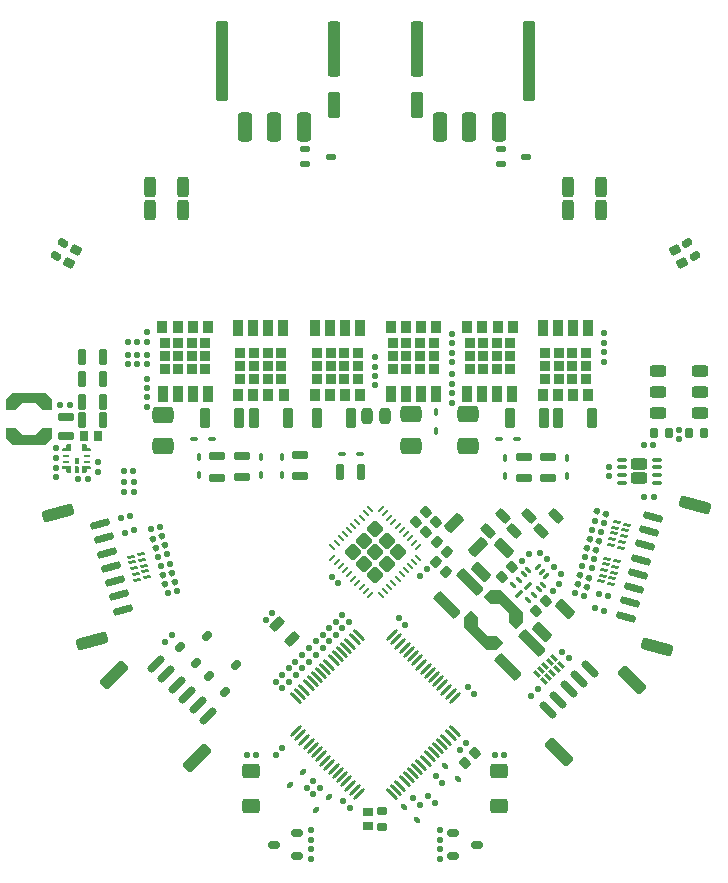
<source format=gbr>
%TF.GenerationSoftware,KiCad,Pcbnew,7.0.6*%
%TF.CreationDate,2023-12-31T16:15:45+01:00*%
%TF.ProjectId,amulet_controller,616d756c-6574-45f6-936f-6e74726f6c6c,1.0*%
%TF.SameCoordinates,PX6c3df60PY7735940*%
%TF.FileFunction,Paste,Top*%
%TF.FilePolarity,Positive*%
%FSLAX46Y46*%
G04 Gerber Fmt 4.6, Leading zero omitted, Abs format (unit mm)*
G04 Created by KiCad (PCBNEW 7.0.6) date 2023-12-31 16:15:45*
%MOMM*%
%LPD*%
G01*
G04 APERTURE LIST*
G04 Aperture macros list*
%AMRoundRect*
0 Rectangle with rounded corners*
0 $1 Rounding radius*
0 $2 $3 $4 $5 $6 $7 $8 $9 X,Y pos of 4 corners*
0 Add a 4 corners polygon primitive as box body*
4,1,4,$2,$3,$4,$5,$6,$7,$8,$9,$2,$3,0*
0 Add four circle primitives for the rounded corners*
1,1,$1+$1,$2,$3*
1,1,$1+$1,$4,$5*
1,1,$1+$1,$6,$7*
1,1,$1+$1,$8,$9*
0 Add four rect primitives between the rounded corners*
20,1,$1+$1,$2,$3,$4,$5,0*
20,1,$1+$1,$4,$5,$6,$7,0*
20,1,$1+$1,$6,$7,$8,$9,0*
20,1,$1+$1,$8,$9,$2,$3,0*%
%AMRotRect*
0 Rectangle, with rotation*
0 The origin of the aperture is its center*
0 $1 length*
0 $2 width*
0 $3 Rotation angle, in degrees counterclockwise*
0 Add horizontal line*
21,1,$1,$2,0,0,$3*%
%AMFreePoly0*
4,1,13,0.200001,0.350501,0.200001,-0.124500,0.150001,-0.174500,-0.500000,-0.174500,-0.550000,-0.124500,-0.550000,0.000501,-0.500000,0.050501,-0.249998,0.050501,-0.199998,0.100501,-0.199998,0.350501,-0.149998,0.400501,0.150001,0.400501,0.200001,0.350501,0.200001,0.350501,$1*%
%AMFreePoly1*
4,1,13,0.250001,0.124500,0.250001,-0.350503,0.200001,-0.400503,-0.099998,-0.400501,-0.149998,-0.350501,-0.149998,-0.100501,-0.199998,-0.050501,-0.450000,-0.050501,-0.500000,-0.000501,-0.500000,0.124500,-0.450000,0.174500,0.200001,0.174500,0.250001,0.124500,0.250001,0.124500,$1*%
%AMFreePoly2*
4,1,13,0.500000,0.124500,0.500000,-0.000501,0.450000,-0.050501,0.199998,-0.050501,0.149998,-0.100501,0.149998,-0.350501,0.099998,-0.400501,-0.200001,-0.400503,-0.250001,-0.350503,-0.250001,0.124500,-0.200001,0.174500,0.450000,0.174500,0.500000,0.124500,0.500000,0.124500,$1*%
%AMFreePoly3*
4,1,13,0.149998,0.350501,0.149998,0.100501,0.199998,0.050501,0.450000,0.050501,0.500000,0.000501,0.500000,-0.124500,0.450000,-0.174500,-0.200001,-0.174500,-0.250001,-0.124500,-0.250001,0.350501,-0.200001,0.400501,0.099998,0.400501,0.149998,0.350501,0.149998,0.350501,$1*%
%AMFreePoly4*
4,1,11,1.014999,1.170000,0.435000,0.575000,0.435000,-0.575000,1.014999,-1.170000,1.015000,-1.945000,0.125000,-1.945000,-0.434999,-1.395000,-0.434999,1.395000,0.125000,1.945000,1.015000,1.945000,1.014999,1.170000,1.014999,1.170000,$1*%
%AMFreePoly5*
4,1,11,0.434999,1.395000,0.434999,-1.395000,-0.125000,-1.945000,-1.015000,-1.945000,-1.014999,-1.170000,-0.435000,-0.575000,-0.435000,0.575000,-1.014999,1.170000,-1.015000,1.945000,-0.125000,1.945000,0.434999,1.395000,0.434999,1.395000,$1*%
G04 Aperture macros list end*
%ADD10RoundRect,0.237500X0.583363X-0.919239X0.919239X-0.583363X-0.583363X0.919239X-0.919239X0.583363X0*%
%ADD11RoundRect,0.130000X-0.130000X0.130000X-0.130000X-0.130000X0.130000X-0.130000X0.130000X0.130000X0*%
%ADD12R,0.900000X0.900000*%
%ADD13R,0.850000X1.450000*%
%ADD14R,0.850000X1.100000*%
%ADD15RoundRect,0.137500X-0.097227X-0.168402X0.168402X-0.097227X0.097227X0.168402X-0.168402X0.097227X0*%
%ADD16RoundRect,0.130000X-0.159217X-0.091924X0.091924X-0.159217X0.159217X0.091924X-0.091924X0.159217X0*%
%ADD17RoundRect,0.187500X-0.053033X0.318198X-0.318198X0.053033X0.053033X-0.318198X0.318198X-0.053033X0*%
%ADD18RoundRect,0.150000X0.350000X0.150000X-0.350000X0.150000X-0.350000X-0.150000X0.350000X-0.150000X0*%
%ADD19RoundRect,0.130000X-0.183848X0.000000X0.000000X-0.183848X0.183848X0.000000X0.000000X0.183848X0*%
%ADD20RoundRect,0.187500X-0.194454X0.459619X-0.459619X0.194454X0.194454X-0.459619X0.459619X-0.194454X0*%
%ADD21RoundRect,0.162500X0.167732X-0.284479X0.330232X-0.003021X-0.167732X0.284479X-0.330232X0.003021X0*%
%ADD22RoundRect,0.130000X-0.091924X-0.159217X0.159217X-0.091924X0.091924X0.159217X-0.159217X0.091924X0*%
%ADD23RoundRect,0.250000X-0.450000X-0.250000X0.450000X-0.250000X0.450000X0.250000X-0.450000X0.250000X0*%
%ADD24RoundRect,0.075000X-0.350000X-0.075000X0.350000X-0.075000X0.350000X0.075000X-0.350000X0.075000X0*%
%ADD25RoundRect,0.130000X0.183848X0.000000X0.000000X0.183848X-0.183848X0.000000X0.000000X-0.183848X0*%
%ADD26RoundRect,0.137500X0.137500X-0.137500X0.137500X0.137500X-0.137500X0.137500X-0.137500X-0.137500X0*%
%ADD27RoundRect,0.100000X-0.200000X-0.100000X0.200000X-0.100000X0.200000X0.100000X-0.200000X0.100000X0*%
%ADD28RotRect,0.250000X0.600000X225.000000*%
%ADD29RoundRect,0.187500X0.187500X0.462500X-0.187500X0.462500X-0.187500X-0.462500X0.187500X-0.462500X0*%
%ADD30RoundRect,0.310000X0.310000X0.940000X-0.310000X0.940000X-0.310000X-0.940000X0.310000X-0.940000X0*%
%ADD31RoundRect,0.275000X0.275000X0.822500X-0.275000X0.822500X-0.275000X-0.822500X0.275000X-0.822500X0*%
%ADD32RoundRect,0.275000X0.275000X3.122500X-0.275000X3.122500X-0.275000X-3.122500X0.275000X-3.122500X0*%
%ADD33RoundRect,0.275000X0.275000X2.077500X-0.275000X2.077500X-0.275000X-2.077500X0.275000X-2.077500X0*%
%ADD34RoundRect,0.187500X-0.462500X0.187500X-0.462500X-0.187500X0.462500X-0.187500X0.462500X0.187500X0*%
%ADD35RoundRect,0.130000X0.000000X0.183848X-0.183848X0.000000X0.000000X-0.183848X0.183848X0.000000X0*%
%ADD36RoundRect,0.137500X-0.137500X0.137500X-0.137500X-0.137500X0.137500X-0.137500X0.137500X0.137500X0*%
%ADD37RoundRect,0.100000X-0.212132X0.070711X0.070711X-0.212132X0.212132X-0.070711X-0.070711X0.212132X0*%
%ADD38RoundRect,0.240000X0.510000X-0.360000X0.510000X0.360000X-0.510000X0.360000X-0.510000X-0.360000X0*%
%ADD39RoundRect,0.137500X0.168402X0.097227X-0.097227X0.168402X-0.168402X-0.097227X0.097227X-0.168402X0*%
%ADD40RoundRect,0.195652X0.254348X0.654348X-0.254348X0.654348X-0.254348X-0.654348X0.254348X-0.654348X0*%
%ADD41RoundRect,0.137500X-0.194454X0.000000X0.000000X-0.194454X0.194454X0.000000X0.000000X0.194454X0*%
%ADD42RoundRect,0.130000X0.000000X-0.183848X0.183848X0.000000X0.000000X0.183848X-0.183848X0.000000X0*%
%ADD43RoundRect,0.162500X0.287500X-0.162500X0.287500X0.162500X-0.287500X0.162500X-0.287500X-0.162500X0*%
%ADD44RoundRect,0.187500X0.462500X-0.187500X0.462500X0.187500X-0.462500X0.187500X-0.462500X-0.187500X0*%
%ADD45RoundRect,0.206521X-0.268479X-0.643479X0.268479X-0.643479X0.268479X0.643479X-0.268479X0.643479X0*%
%ADD46RoundRect,0.195652X-0.642545X-0.282843X-0.282843X-0.642545X0.642545X0.282843X0.282843X0.642545X0*%
%ADD47RoundRect,0.137500X0.194454X0.000000X0.000000X0.194454X-0.194454X0.000000X0.000000X-0.194454X0*%
%ADD48RoundRect,0.162500X0.330232X0.003021X0.167732X0.284479X-0.330232X-0.003021X-0.167732X-0.284479X0*%
%ADD49RoundRect,0.137500X0.137500X0.137500X-0.137500X0.137500X-0.137500X-0.137500X0.137500X-0.137500X0*%
%ADD50RoundRect,0.137500X0.000000X-0.194454X0.194454X0.000000X0.000000X0.194454X-0.194454X0.000000X0*%
%ADD51RoundRect,0.350000X0.550000X-0.350000X0.550000X0.350000X-0.550000X0.350000X-0.550000X-0.350000X0*%
%ADD52RoundRect,0.130000X0.159217X0.091924X-0.091924X0.159217X-0.159217X-0.091924X0.091924X-0.159217X0*%
%ADD53RoundRect,0.175000X-0.500000X0.175000X-0.500000X-0.175000X0.500000X-0.175000X0.500000X0.175000X0*%
%ADD54RoundRect,0.187500X-0.459619X-0.194454X-0.194454X-0.459619X0.459619X0.194454X0.194454X0.459619X0*%
%ADD55RoundRect,0.206521X0.268479X0.643479X-0.268479X0.643479X-0.268479X-0.643479X0.268479X-0.643479X0*%
%ADD56RoundRect,0.187500X0.262500X-0.187500X0.262500X0.187500X-0.262500X0.187500X-0.262500X-0.187500X0*%
%ADD57RoundRect,0.150000X-0.106066X-0.318198X0.318198X0.106066X0.106066X0.318198X-0.318198X-0.106066X0*%
%ADD58RoundRect,0.137500X-0.262500X-0.137500X0.262500X-0.137500X0.262500X0.137500X-0.262500X0.137500X0*%
%ADD59RoundRect,0.062500X-0.123744X0.212132X-0.212132X0.123744X0.123744X-0.212132X0.212132X-0.123744X0*%
%ADD60RoundRect,0.062500X0.212132X0.123744X0.123744X0.212132X-0.212132X-0.123744X-0.123744X-0.212132X0*%
%ADD61RoundRect,0.062500X0.286555X0.198167X0.198167X0.286555X-0.286555X-0.198167X-0.198167X-0.286555X0*%
%ADD62RoundRect,0.130000X0.091924X0.159217X-0.159217X0.091924X-0.091924X-0.159217X0.159217X-0.091924X0*%
%ADD63RoundRect,0.130000X0.130000X0.130000X-0.130000X0.130000X-0.130000X-0.130000X0.130000X-0.130000X0*%
%ADD64RoundRect,0.150000X-0.601041X-0.388909X-0.388909X-0.601041X0.601041X0.388909X0.388909X0.601041X0*%
%ADD65RoundRect,0.250000X-0.954594X-0.601041X-0.601041X-0.954594X0.954594X0.601041X0.601041X0.954594X0*%
%ADD66RoundRect,0.187500X0.194454X-0.459619X0.459619X-0.194454X-0.194454X0.459619X-0.459619X0.194454X0*%
%ADD67FreePoly0,180.000000*%
%ADD68R,0.600000X0.250000*%
%ADD69FreePoly1,180.000000*%
%ADD70FreePoly2,180.000000*%
%ADD71FreePoly3,180.000000*%
%ADD72RoundRect,0.130000X-0.130000X-0.130000X0.130000X-0.130000X0.130000X0.130000X-0.130000X0.130000X0*%
%ADD73RoundRect,0.070000X0.325269X0.424264X-0.424264X-0.325269X-0.325269X-0.424264X0.424264X0.325269X0*%
%ADD74RoundRect,0.070000X-0.325269X0.424264X-0.424264X0.325269X0.325269X-0.424264X0.424264X-0.325269X0*%
%ADD75RoundRect,0.100000X0.100000X-0.200000X0.100000X0.200000X-0.100000X0.200000X-0.100000X-0.200000X0*%
%ADD76RoundRect,0.150000X0.637325X-0.326062X0.714971X-0.036284X-0.637325X0.326062X-0.714971X0.036284X0*%
%ADD77RoundRect,0.250000X0.997814X-0.526182X1.127223X-0.043219X-0.997814X0.526182X-1.127223X0.043219X0*%
%ADD78FreePoly4,225.000000*%
%ADD79FreePoly5,225.000000*%
%ADD80RoundRect,0.130000X0.130000X-0.130000X0.130000X0.130000X-0.130000X0.130000X-0.130000X-0.130000X0*%
%ADD81RoundRect,0.187500X-0.318198X-0.053033X-0.053033X-0.318198X0.318198X0.053033X0.053033X0.318198X0*%
%ADD82RoundRect,0.150000X0.388909X-0.601041X0.601041X-0.388909X-0.388909X0.601041X-0.601041X0.388909X0*%
%ADD83RoundRect,0.250000X0.601041X-0.954594X0.954594X-0.601041X-0.601041X0.954594X-0.954594X0.601041X0*%
%ADD84RoundRect,0.187500X0.053033X-0.318198X0.318198X-0.053033X-0.053033X0.318198X-0.318198X0.053033X0*%
%ADD85RoundRect,0.206521X-0.265165X0.644852X-0.644852X0.265165X0.265165X-0.644852X0.644852X-0.265165X0*%
%ADD86RoundRect,0.195652X-0.254348X-0.654348X0.254348X-0.654348X0.254348X0.654348X-0.254348X0.654348X0*%
%ADD87RoundRect,0.162500X0.162500X0.287500X-0.162500X0.287500X-0.162500X-0.287500X0.162500X-0.287500X0*%
%ADD88RoundRect,0.150000X-0.350000X-0.150000X0.350000X-0.150000X0.350000X0.150000X-0.350000X0.150000X0*%
%ADD89RoundRect,0.100000X-0.100000X0.200000X-0.100000X-0.200000X0.100000X-0.200000X0.100000X0.200000X0*%
%ADD90RotRect,0.250000X0.600000X255.000000*%
%ADD91RoundRect,0.100000X-0.070711X-0.212132X0.212132X0.070711X0.070711X0.212132X-0.212132X-0.070711X0*%
%ADD92RoundRect,0.187500X0.187500X0.262500X-0.187500X0.262500X-0.187500X-0.262500X0.187500X-0.262500X0*%
%ADD93RoundRect,0.100000X0.200000X0.100000X-0.200000X0.100000X-0.200000X-0.100000X0.200000X-0.100000X0*%
%ADD94RoundRect,0.137500X0.000000X0.194454X-0.194454X0.000000X0.000000X-0.194454X0.194454X0.000000X0*%
%ADD95RoundRect,0.187500X0.133582X-0.293630X0.321082X0.031130X-0.133582X0.293630X-0.321082X-0.031130X0*%
%ADD96RoundRect,0.237500X-0.237500X-0.437500X0.237500X-0.437500X0.237500X0.437500X-0.237500X0.437500X0*%
%ADD97RoundRect,0.187500X-0.187500X-0.462500X0.187500X-0.462500X0.187500X0.462500X-0.187500X0.462500X0*%
%ADD98RoundRect,0.187500X0.321082X-0.031130X0.133582X0.293630X-0.321082X0.031130X-0.133582X-0.293630X0*%
%ADD99RotRect,0.250000X0.600000X105.000000*%
%ADD100FreePoly4,90.000000*%
%ADD101FreePoly5,90.000000*%
%ADD102RoundRect,0.230000X0.000000X0.487904X-0.487904X0.000000X0.000000X-0.487904X0.487904X0.000000X0*%
%ADD103RoundRect,0.234000X0.000000X0.496389X-0.496389X0.000000X0.000000X-0.496389X0.496389X0.000000X0*%
%ADD104RoundRect,0.055000X0.134350X0.212132X-0.212132X-0.134350X-0.134350X-0.212132X0.212132X0.134350X0*%
%ADD105RoundRect,0.055000X-0.134350X0.212132X-0.212132X0.134350X0.134350X-0.212132X0.212132X-0.134350X0*%
%ADD106RoundRect,0.150000X-0.714971X-0.036284X-0.637325X-0.326062X0.714971X0.036284X0.637325X0.326062X0*%
%ADD107RoundRect,0.250000X-1.127223X-0.043219X-0.997814X-0.526182X1.127223X0.043219X0.997814X0.526182X0*%
%ADD108RoundRect,0.250000X0.450000X0.250000X-0.450000X0.250000X-0.450000X-0.250000X0.450000X-0.250000X0*%
G04 APERTURE END LIST*
%TO.C,U2*%
G36*
X9875400Y38211897D02*
G01*
X9875397Y37761898D01*
X9825397Y37711898D01*
X9575398Y37711898D01*
X9525398Y37761898D01*
X9525398Y38211897D01*
X9575398Y38261897D01*
X9825400Y38261897D01*
X9875400Y38211897D01*
G37*
G36*
X9875400Y37461899D02*
G01*
X9875400Y37011900D01*
X9825400Y36961900D01*
X9575401Y36961900D01*
X9525401Y37011900D01*
X9525401Y37461899D01*
X9575401Y37511899D01*
X9825400Y37511899D01*
X9875400Y37461899D01*
G37*
G36*
X9875400Y37461899D02*
G01*
X9875400Y37011900D01*
X9825400Y36961900D01*
X9575401Y36961900D01*
X9525401Y37011900D01*
X9525401Y37461899D01*
X9575401Y37511899D01*
X9825400Y37511899D01*
X9875400Y37461899D01*
G37*
G36*
X10500397Y39362401D02*
G01*
X10550397Y39312401D01*
X10550397Y39062401D01*
X10600397Y39012401D01*
X10850399Y39012401D01*
X10900399Y38962401D01*
X10900399Y38837400D01*
X10850399Y38787400D01*
X10200398Y38787400D01*
X10150398Y38837400D01*
X10150398Y39312403D01*
X10200398Y39362403D01*
X10500397Y39362401D01*
G37*
G36*
X10900394Y37486400D02*
G01*
X10900397Y37361401D01*
X10850397Y37311399D01*
X10600397Y37311399D01*
X10550397Y37261399D01*
X10550397Y37086398D01*
X10500397Y37036398D01*
X10200398Y37036398D01*
X10150398Y37086400D01*
X10150401Y37486400D01*
X10200398Y37536397D01*
X10850397Y37536397D01*
X10900394Y37486400D01*
G37*
G36*
X9250397Y37486400D02*
G01*
X9250400Y37086400D01*
X9200400Y37036398D01*
X8900401Y37036398D01*
X8850401Y37086398D01*
X8850401Y37261399D01*
X8800401Y37311399D01*
X8550401Y37311399D01*
X8500401Y37361401D01*
X8500404Y37486400D01*
X8550401Y37536397D01*
X9200400Y37536397D01*
X9250397Y37486400D01*
G37*
%TD*%
D10*
%TO.C,C38*%
X46242740Y20572768D03*
X48222638Y22552666D03*
%TD*%
D11*
%TO.C,C138*%
X15625000Y48875000D03*
X15625000Y48075000D03*
%TD*%
D12*
%TO.C,Q3*%
X33525400Y47099900D03*
X32375400Y47099900D03*
X31225400Y47099900D03*
X30075400Y47099900D03*
X33525400Y45999900D03*
X32375400Y45999900D03*
X31225400Y45999900D03*
X30075400Y45999900D03*
X33525400Y44899900D03*
X32375400Y44899900D03*
X31225400Y44899900D03*
X30075400Y44899900D03*
D13*
X33705400Y49249900D03*
X32435400Y49249900D03*
X31165400Y49249900D03*
X29895400Y49249900D03*
D14*
X29880400Y43574900D03*
X31160400Y43574900D03*
X32440400Y43574900D03*
X33720400Y43574900D03*
%TD*%
D15*
%TO.C,R42*%
X17021710Y28314121D03*
X17794450Y28521177D03*
%TD*%
D16*
%TO.C,C124*%
X51915645Y26758770D03*
X52688385Y26551714D03*
%TD*%
D17*
%TO.C,C1*%
X43424664Y13274164D03*
X42576136Y12425636D03*
%TD*%
D18*
%TO.C,Q7*%
X28400400Y4549900D03*
X28400400Y6449900D03*
X26400400Y5499900D03*
%TD*%
D19*
%TO.C,C128*%
X50807557Y21822743D03*
X51373243Y21257057D03*
%TD*%
D20*
%TO.C,C16*%
X45786796Y33336296D03*
X44514004Y32063504D03*
%TD*%
D15*
%TO.C,R40*%
X16193490Y31405081D03*
X16966230Y31612137D03*
%TD*%
D21*
%TO.C,R53*%
X7941474Y55292322D03*
X8591474Y56418156D03*
%TD*%
D22*
%TO.C,C113*%
X13443013Y33137928D03*
X14215753Y33344984D03*
%TD*%
D23*
%TO.C,U10*%
X57350400Y37699900D03*
X57350400Y36499900D03*
D24*
X55900400Y38074900D03*
X55900400Y37424900D03*
X55900400Y36774900D03*
X55900400Y36124900D03*
X58800400Y36124900D03*
X58800400Y36774900D03*
X58800400Y37424900D03*
X58800400Y38074900D03*
%TD*%
D25*
%TO.C,C5*%
X32833243Y8617057D03*
X32267557Y9182743D03*
%TD*%
D26*
%TO.C,R55*%
X41450000Y42900000D03*
X41450000Y43700000D03*
%TD*%
D27*
%TO.C,D8*%
X32150400Y38574900D03*
X33700400Y38574900D03*
%TD*%
D28*
%TO.C,D26*%
X50094460Y21320057D03*
X49740907Y20966504D03*
X49387354Y20612950D03*
X49033800Y20259397D03*
X48680247Y19905844D03*
X49281288Y19304803D03*
X49634841Y19658356D03*
X49988394Y20011910D03*
X50341948Y20365463D03*
X50695501Y20719016D03*
%TD*%
D29*
%TO.C,C20*%
X11975399Y41451900D03*
X10175399Y41451900D03*
%TD*%
D30*
%TO.C,J12*%
X40450400Y66214900D03*
X42950400Y66214900D03*
X45450400Y66214900D03*
D31*
X38480400Y68142400D03*
D32*
X48020400Y71847400D03*
D33*
X38480400Y72892400D03*
%TD*%
D34*
%TO.C,R10*%
X49625400Y38349900D03*
X49625400Y36549900D03*
%TD*%
D35*
%TO.C,C8*%
X42708243Y14082743D03*
X42142557Y13517057D03*
%TD*%
D36*
%TO.C,R30*%
X13700400Y36174900D03*
X13700400Y35374900D03*
%TD*%
D37*
%TO.C,D19*%
X37452392Y8647908D03*
X38548408Y7551892D03*
%TD*%
D35*
%TO.C,C2*%
X26283243Y25082743D03*
X25717557Y24517057D03*
%TD*%
D38*
%TO.C,D13*%
X45500400Y8749900D03*
X45500400Y11749900D03*
%TD*%
D39*
%TO.C,R37*%
X53717538Y30411877D03*
X52944798Y30618933D03*
%TD*%
D40*
%TO.C,C95*%
X49275400Y41599900D03*
X46375400Y41599900D03*
%TD*%
D41*
%TO.C,R6*%
X48929743Y30224778D03*
X49495429Y29659092D03*
%TD*%
D42*
%TO.C,C94*%
X38792557Y28267057D03*
X39358243Y28832743D03*
%TD*%
D43*
%TO.C,R52*%
X35600000Y7000000D03*
X35600000Y8300000D03*
%TD*%
D12*
%TO.C,Q4*%
X36475400Y45799900D03*
X37625400Y45799900D03*
X38775400Y45799900D03*
X39925400Y45799900D03*
X36475400Y46899900D03*
X37625400Y46899900D03*
X38775400Y46899900D03*
X39925400Y46899900D03*
X36475400Y47999900D03*
X37625400Y47999900D03*
X38775400Y47999900D03*
X39925400Y47999900D03*
D13*
X36295400Y43649900D03*
X37565400Y43649900D03*
X38835400Y43649900D03*
X40105400Y43649900D03*
D14*
X40120400Y49324900D03*
X38840400Y49324900D03*
X37560400Y49324900D03*
X36280400Y49324900D03*
%TD*%
D44*
%TO.C,R11*%
X47575400Y36549900D03*
X47575400Y38349900D03*
%TD*%
D45*
%TO.C,C86*%
X51300400Y61199899D03*
X54100400Y61199899D03*
%TD*%
D46*
%TO.C,C89*%
X41675095Y32700205D03*
X43725705Y30649595D03*
%TD*%
D36*
%TO.C,R58*%
X54350000Y47175000D03*
X54350000Y46375000D03*
%TD*%
D47*
%TO.C,R3*%
X30533243Y22142057D03*
X29967557Y22707743D03*
%TD*%
D44*
%TO.C,R17*%
X21625400Y36574900D03*
X21625400Y38374900D03*
%TD*%
D48*
%TO.C,R54*%
X62045000Y55317083D03*
X61395000Y56442917D03*
%TD*%
D16*
%TO.C,C120*%
X52734207Y29852316D03*
X53506947Y29645260D03*
%TD*%
D19*
%TO.C,C90*%
X31292557Y28182743D03*
X31858243Y27617057D03*
%TD*%
%TO.C,C9*%
X42807557Y18832743D03*
X43373243Y18267057D03*
%TD*%
D49*
%TO.C,R23*%
X24900400Y13049900D03*
X24100400Y13049900D03*
%TD*%
D42*
%TO.C,C28*%
X50005044Y26951374D03*
X50570730Y27517060D03*
%TD*%
D50*
%TO.C,R47*%
X29742557Y9742057D03*
X30308243Y10307743D03*
%TD*%
D30*
%TO.C,J13*%
X23950400Y66214900D03*
X26450400Y66214900D03*
X28950400Y66214900D03*
D32*
X21980400Y71847400D03*
D31*
X31520400Y68139900D03*
D33*
X31520400Y72889900D03*
%TD*%
D51*
%TO.C,R12*%
X42825400Y39224900D03*
X42825400Y41924900D03*
%TD*%
D52*
%TO.C,C114*%
X54711752Y26501311D03*
X53939012Y26708367D03*
%TD*%
D42*
%TO.C,C11*%
X28809714Y20409214D03*
X29375400Y20974900D03*
%TD*%
D11*
%TO.C,C27*%
X7940400Y39059900D03*
X7940400Y38259900D03*
%TD*%
D39*
%TO.C,R35*%
X52885783Y27327043D03*
X52113043Y27534099D03*
%TD*%
D15*
%TO.C,R43*%
X17226866Y27541379D03*
X17999606Y27748435D03*
%TD*%
D49*
%TO.C,R33*%
X58540400Y39299900D03*
X57740400Y39299900D03*
%TD*%
D12*
%TO.C,Q6*%
X17160401Y45799900D03*
X18310401Y45799900D03*
X19460401Y45799900D03*
X20610401Y45799900D03*
X17160401Y46899900D03*
X18310401Y46899900D03*
X19460401Y46899900D03*
X20610401Y46899900D03*
X17160401Y47999900D03*
X18310401Y47999900D03*
X19460401Y47999900D03*
X20610401Y47999900D03*
D13*
X16980401Y43649900D03*
X18250401Y43649900D03*
X19520401Y43649900D03*
X20790401Y43649900D03*
D14*
X20805401Y49324900D03*
X19525401Y49324900D03*
X18245401Y49324900D03*
X16965401Y49324900D03*
%TD*%
D53*
%TO.C,C37*%
X8800399Y41711900D03*
X8800399Y40111900D03*
%TD*%
D26*
%TO.C,TH1*%
X15625000Y46150000D03*
X15625000Y46950000D03*
%TD*%
D54*
%TO.C,FB1*%
X26664004Y24136296D03*
X27936796Y22863504D03*
%TD*%
D22*
%TO.C,C115*%
X13774030Y31906372D03*
X14546770Y32113428D03*
%TD*%
D45*
%TO.C,C50*%
X51300400Y59199899D03*
X54100400Y59199899D03*
%TD*%
D55*
%TO.C,C49*%
X18750400Y61199901D03*
X15950400Y61199901D03*
%TD*%
D19*
%TO.C,C3*%
X36967557Y24657743D03*
X37533243Y24092057D03*
%TD*%
D26*
%TO.C,R25*%
X40450400Y5899900D03*
X40450400Y6699900D03*
%TD*%
D56*
%TO.C,C130*%
X34400000Y7050000D03*
X34400000Y8250000D03*
%TD*%
D52*
%TO.C,C112*%
X54386770Y25296372D03*
X53614030Y25503428D03*
%TD*%
D16*
%TO.C,C118*%
X53357614Y32159590D03*
X54130354Y31952534D03*
%TD*%
D51*
%TO.C,R18*%
X17025400Y39208480D03*
X17025400Y41908480D03*
%TD*%
D36*
%TO.C,R22*%
X29550400Y5099900D03*
X29550400Y4299900D03*
%TD*%
D57*
%TO.C,D27*%
X18447148Y22204669D03*
X19790651Y20861166D03*
X20745245Y23159263D03*
%TD*%
D58*
%TO.C,D24*%
X45625400Y64399900D03*
X45625400Y63099900D03*
X47775400Y63749900D03*
%TD*%
D59*
%TO.C,U3*%
X47939790Y26194269D03*
X48399409Y26653888D03*
X48859029Y27113508D03*
X49212582Y27467061D03*
D60*
X49442392Y28262556D03*
X49088838Y28616109D03*
X48735285Y28969663D03*
D59*
X47939790Y28739853D03*
X47586237Y28386300D03*
X47126617Y27926680D03*
X46666998Y27467061D03*
D61*
X47183009Y26710280D03*
X47900899Y27428170D03*
%TD*%
D62*
%TO.C,C123*%
X16752703Y32409025D03*
X15979963Y32201969D03*
%TD*%
D25*
%TO.C,C26*%
X50715193Y28439332D03*
X50149507Y29005018D03*
%TD*%
D17*
%TO.C,C23*%
X46556864Y28961964D03*
X45708336Y28113436D03*
%TD*%
D63*
%TO.C,C108*%
X58550401Y34899897D03*
X57750401Y34899897D03*
%TD*%
D17*
%TO.C,C88*%
X39274664Y33644164D03*
X38426136Y32795636D03*
%TD*%
D12*
%TO.C,Q1*%
X52825400Y47099900D03*
X51675400Y47099900D03*
X50525400Y47099900D03*
X49375400Y47099900D03*
X52825400Y45999900D03*
X51675400Y45999900D03*
X50525400Y45999900D03*
X49375400Y45999900D03*
X52825400Y44899900D03*
X51675400Y44899900D03*
X50525400Y44899900D03*
X49375400Y44899900D03*
D13*
X53005400Y49249900D03*
X51735400Y49249900D03*
X50465400Y49249900D03*
X49195400Y49249900D03*
D14*
X49180400Y43574900D03*
X50460400Y43574900D03*
X51740400Y43574900D03*
X53020400Y43574900D03*
%TD*%
D42*
%TO.C,C127*%
X48167557Y18067057D03*
X48733243Y18632743D03*
%TD*%
D55*
%TO.C,C66*%
X18750400Y59199900D03*
X15950400Y59199900D03*
%TD*%
D64*
%TO.C,J10*%
X16421170Y20815086D03*
X17305053Y19931203D03*
X18188937Y19047319D03*
X19072820Y18163436D03*
X19956704Y17279552D03*
X20840587Y16395669D03*
D65*
X12850281Y19860492D03*
X19885993Y12824780D03*
%TD*%
D66*
%TO.C,C18*%
X49014004Y32063504D03*
X50286796Y33336296D03*
%TD*%
D67*
%TO.C,U2*%
X10350399Y37361900D03*
D68*
X10600399Y37911900D03*
X10600399Y38411900D03*
D69*
X10400399Y38961900D03*
D70*
X9000399Y38961900D03*
D68*
X8800399Y38411900D03*
X8800399Y37911900D03*
D71*
X9000399Y37361900D03*
%TD*%
D72*
%TO.C,C29*%
X8325400Y42749900D03*
X9125400Y42749900D03*
%TD*%
D49*
%TO.C,R4*%
X10650398Y36436899D03*
X9850398Y36436899D03*
%TD*%
D44*
%TO.C,R16*%
X23725400Y36624900D03*
X23725400Y38424900D03*
%TD*%
D73*
%TO.C,U1*%
X41717914Y17914114D03*
X41364361Y18267667D03*
X41010808Y18621220D03*
X40657254Y18974774D03*
X40303701Y19328327D03*
X39950147Y19681881D03*
X39596594Y20035434D03*
X39243041Y20388987D03*
X38889487Y20742541D03*
X38535934Y21096094D03*
X38182381Y21449647D03*
X37828827Y21803201D03*
X37475274Y22156754D03*
X37121720Y22510308D03*
X36768167Y22863861D03*
X36414614Y23217414D03*
D74*
X33586186Y23217414D03*
X33232633Y22863861D03*
X32879080Y22510308D03*
X32525526Y22156754D03*
X32171973Y21803201D03*
X31818419Y21449647D03*
X31464866Y21096094D03*
X31111313Y20742541D03*
X30757759Y20388987D03*
X30404206Y20035434D03*
X30050653Y19681881D03*
X29697099Y19328327D03*
X29343546Y18974774D03*
X28989992Y18621220D03*
X28636439Y18267667D03*
X28282886Y17914114D03*
D73*
X28282886Y15085686D03*
X28636439Y14732133D03*
X28989992Y14378580D03*
X29343546Y14025026D03*
X29697099Y13671473D03*
X30050653Y13317919D03*
X30404206Y12964366D03*
X30757759Y12610813D03*
X31111313Y12257259D03*
X31464866Y11903706D03*
X31818419Y11550153D03*
X32171973Y11196599D03*
X32525526Y10843046D03*
X32879080Y10489492D03*
X33232633Y10135939D03*
X33586186Y9782386D03*
D74*
X36414614Y9782386D03*
X36768167Y10135939D03*
X37121720Y10489492D03*
X37475274Y10843046D03*
X37828827Y11196599D03*
X38182381Y11550153D03*
X38535934Y11903706D03*
X38889487Y12257259D03*
X39243041Y12610813D03*
X39596594Y12964366D03*
X39950147Y13317919D03*
X40303701Y13671473D03*
X40657254Y14025026D03*
X41010808Y14378580D03*
X41364361Y14732133D03*
X41717914Y15085686D03*
%TD*%
D75*
%TO.C,D4*%
X51200400Y36674900D03*
X51200400Y38224900D03*
%TD*%
D25*
%TO.C,C14*%
X29958243Y21567057D03*
X29392557Y22132743D03*
%TD*%
D47*
%TO.C,R44*%
X38758243Y8842057D03*
X38192557Y9407743D03*
%TD*%
D50*
%TO.C,R45*%
X29192557Y10292057D03*
X29758243Y10857743D03*
%TD*%
D11*
%TO.C,C136*%
X54350000Y48775000D03*
X54350000Y47975000D03*
%TD*%
D15*
%TO.C,R41*%
X16400542Y30632338D03*
X17173282Y30839394D03*
%TD*%
D76*
%TO.C,J6*%
X56221104Y24802790D03*
X56544628Y26010197D03*
X56868152Y27217604D03*
X57191675Y28425012D03*
X57515199Y29632419D03*
X57838723Y30839826D03*
X58162247Y32047233D03*
X58485771Y33254641D03*
D77*
X58833251Y22187606D03*
X62055547Y34213383D03*
%TD*%
D17*
%TO.C,C25*%
X49434664Y26084164D03*
X48586136Y25235636D03*
%TD*%
D11*
%TO.C,C129*%
X60700400Y40599900D03*
X60700400Y39799900D03*
%TD*%
%TO.C,C103*%
X14550400Y36174900D03*
X14550400Y35374900D03*
%TD*%
D16*
%TO.C,C116*%
X53564671Y32932328D03*
X54337411Y32725272D03*
%TD*%
D78*
%TO.C,L2*%
X46235665Y25762934D03*
D79*
X43739579Y23266848D03*
%TD*%
D75*
%TO.C,D7*%
X27075400Y36774900D03*
X27075400Y38324900D03*
%TD*%
D80*
%TO.C,C109*%
X54750402Y36699900D03*
X54750402Y37499900D03*
%TD*%
D81*
%TO.C,C93*%
X40151136Y29424164D03*
X40999664Y28575636D03*
%TD*%
D75*
%TO.C,D10*%
X25275400Y36774900D03*
X25275400Y38324900D03*
%TD*%
D82*
%TO.C,J14*%
X49599486Y16865281D03*
X50483369Y17749164D03*
X51367252Y18633048D03*
X52251136Y19516931D03*
X53135019Y20400814D03*
D83*
X50554080Y13294391D03*
X56705909Y19446220D03*
%TD*%
D84*
%TO.C,C92*%
X39276136Y31945636D03*
X40124664Y32794164D03*
%TD*%
D85*
%TO.C,C21*%
X45910349Y30589849D03*
X43930451Y28609951D03*
%TD*%
D62*
%TO.C,C121*%
X17380335Y30066656D03*
X16607595Y29859600D03*
%TD*%
D36*
%TO.C,R24*%
X40450400Y5099900D03*
X40450400Y4299900D03*
%TD*%
D58*
%TO.C,D25*%
X29075400Y64399900D03*
X29075400Y63099900D03*
X31225400Y63749900D03*
%TD*%
D42*
%TO.C,C126*%
X17217557Y22667057D03*
X17783243Y23232743D03*
%TD*%
D51*
%TO.C,R15*%
X38000400Y39249900D03*
X38000400Y41949900D03*
%TD*%
D62*
%TO.C,C119*%
X17587395Y29293915D03*
X16814655Y29086859D03*
%TD*%
D25*
%TO.C,C13*%
X31108243Y22717057D03*
X30542557Y23282743D03*
%TD*%
D86*
%TO.C,C96*%
X24700400Y41599900D03*
X27600400Y41599900D03*
%TD*%
D42*
%TO.C,C7*%
X28234714Y20984214D03*
X28800400Y21549900D03*
%TD*%
D10*
%TO.C,C30*%
X41045502Y25770002D03*
X43025400Y27749900D03*
%TD*%
D80*
%TO.C,C135*%
X15625000Y44150000D03*
X15625000Y44950000D03*
%TD*%
D87*
%TO.C,R51*%
X59850400Y40319902D03*
X58550400Y40319902D03*
%TD*%
D75*
%TO.C,D5*%
X45975400Y36674900D03*
X45975400Y38224900D03*
%TD*%
D36*
%TO.C,R27*%
X14825000Y46950000D03*
X14825000Y46150000D03*
%TD*%
D88*
%TO.C,Q8*%
X41600400Y6449900D03*
X41600400Y4549900D03*
X43600400Y5499900D03*
%TD*%
D80*
%TO.C,C137*%
X41450000Y46350000D03*
X41450000Y47150000D03*
%TD*%
D49*
%TO.C,R60*%
X14825000Y48075000D03*
X14025000Y48075000D03*
%TD*%
D89*
%TO.C,D6*%
X40100400Y42099900D03*
X40100400Y40549900D03*
%TD*%
D90*
%TO.C,D16*%
X55454468Y32800824D03*
X55325058Y32317861D03*
X55195649Y31834898D03*
X55066239Y31351935D03*
X54936829Y30868972D03*
X55757866Y30648976D03*
X55887276Y31131939D03*
X56016685Y31614902D03*
X56146095Y32097865D03*
X56275505Y32580828D03*
%TD*%
D75*
%TO.C,D11*%
X20075400Y36799900D03*
X20075400Y38349900D03*
%TD*%
D38*
%TO.C,D12*%
X24500400Y8749900D03*
X24500400Y11749900D03*
%TD*%
D87*
%TO.C,R50*%
X62850400Y40319901D03*
X61550400Y40319901D03*
%TD*%
D91*
%TO.C,D22*%
X29952392Y8451892D03*
X31048408Y9547908D03*
%TD*%
D47*
%TO.C,R2*%
X31658243Y23267057D03*
X31092557Y23832743D03*
%TD*%
D20*
%TO.C,FB3*%
X48036796Y33336296D03*
X46764004Y32063504D03*
%TD*%
D80*
%TO.C,C133*%
X41450000Y44500000D03*
X41450000Y45300000D03*
%TD*%
D26*
%TO.C,R59*%
X41450000Y47950000D03*
X41450000Y48750000D03*
%TD*%
D92*
%TO.C,C22*%
X11490400Y40089900D03*
X10290400Y40089900D03*
%TD*%
D11*
%TO.C,C101*%
X14025000Y46950000D03*
X14025000Y46150000D03*
%TD*%
D50*
%TO.C,R8*%
X26567557Y13067057D03*
X27133243Y13632743D03*
%TD*%
D39*
%TO.C,R38*%
X53923301Y31179795D03*
X53150561Y31386851D03*
%TD*%
D93*
%TO.C,D3*%
X47025400Y39799900D03*
X45475400Y39799900D03*
%TD*%
D94*
%TO.C,R5*%
X48007470Y30080326D03*
X47441784Y29514640D03*
%TD*%
D47*
%TO.C,R46*%
X40658243Y10742057D03*
X40092557Y11307743D03*
%TD*%
D85*
%TO.C,C19*%
X51060349Y25439849D03*
X49080451Y23459951D03*
%TD*%
D47*
%TO.C,R1*%
X32208243Y23817057D03*
X31642557Y24382743D03*
%TD*%
D44*
%TO.C,R13*%
X28600400Y36674900D03*
X28600400Y38474900D03*
%TD*%
D40*
%TO.C,C98*%
X32950400Y41599900D03*
X30050400Y41599900D03*
%TD*%
D16*
%TO.C,C122*%
X52527151Y29079579D03*
X53299891Y28872523D03*
%TD*%
D95*
%TO.C,C131*%
X9020000Y54760385D03*
X9620000Y55799615D03*
%TD*%
D25*
%TO.C,C4*%
X27108243Y18717057D03*
X26542557Y19282743D03*
%TD*%
D26*
%TO.C,R57*%
X15625000Y42550000D03*
X15625000Y43350000D03*
%TD*%
D96*
%TO.C,C97*%
X34300400Y41824900D03*
X35800400Y41824900D03*
%TD*%
D35*
%TO.C,C6*%
X27675400Y20424900D03*
X27109714Y19859214D03*
%TD*%
%TO.C,C10*%
X28250400Y19849900D03*
X27684714Y19284214D03*
%TD*%
D39*
%TO.C,R39*%
X54544463Y33498009D03*
X53771723Y33705065D03*
%TD*%
D97*
%TO.C,R14*%
X32020401Y37024900D03*
X33820401Y37024900D03*
%TD*%
D98*
%TO.C,C132*%
X60980770Y54760385D03*
X60380770Y55799615D03*
%TD*%
D99*
%TO.C,D17*%
X15641797Y28151429D03*
X15512387Y28634392D03*
X15382977Y29117355D03*
X15253568Y29600318D03*
X15124158Y30083281D03*
X14303121Y29863285D03*
X14432531Y29380322D03*
X14561941Y28897359D03*
X14691350Y28414396D03*
X14820760Y27931433D03*
%TD*%
D81*
%TO.C,C91*%
X40186136Y31149164D03*
X41034664Y30300636D03*
%TD*%
D97*
%TO.C,C15*%
X10170400Y46799900D03*
X11970400Y46799900D03*
%TD*%
D49*
%TO.C,R26*%
X45900400Y13049900D03*
X45100400Y13049900D03*
%TD*%
D91*
%TO.C,D20*%
X27802392Y10551892D03*
X28898408Y11647908D03*
%TD*%
D57*
%TO.C,D23*%
X20886666Y19765151D03*
X22230169Y18421648D03*
X23184763Y20719745D03*
%TD*%
D86*
%TO.C,C100*%
X50475400Y41599900D03*
X53375400Y41599900D03*
%TD*%
D100*
%TO.C,L1*%
X5700400Y39754900D03*
D101*
X5700400Y43284900D03*
%TD*%
D80*
%TO.C,C134*%
X35000001Y45950000D03*
X35000001Y46750000D03*
%TD*%
D26*
%TO.C,R56*%
X35000000Y44375000D03*
X35000000Y45175000D03*
%TD*%
%TO.C,R21*%
X29550400Y5899900D03*
X29550400Y6699900D03*
%TD*%
D25*
%TO.C,C12*%
X32758243Y24367057D03*
X32192557Y24932743D03*
%TD*%
D39*
%TO.C,R36*%
X53092834Y28099782D03*
X52320094Y28306838D03*
%TD*%
D102*
%TO.C,U6*%
X36937873Y30249900D03*
D103*
X35969136Y31218636D03*
D102*
X35000400Y32187373D03*
X35969136Y29281164D03*
X35000400Y30249900D03*
X34031664Y31218636D03*
X35000400Y28312427D03*
X34031664Y29281164D03*
X33062927Y30249900D03*
D104*
X38642000Y30709519D03*
X38288447Y31063073D03*
X37934893Y31416626D03*
X37581340Y31770180D03*
X37227786Y32123733D03*
X36874233Y32477286D03*
X36520680Y32830840D03*
X36167126Y33184393D03*
X35813573Y33537947D03*
X35460019Y33891500D03*
D105*
X34540781Y33891500D03*
X34187227Y33537947D03*
X33833674Y33184393D03*
X33480120Y32830840D03*
X33126567Y32477286D03*
X32773014Y32123733D03*
X32419460Y31770180D03*
X32065907Y31416626D03*
X31712353Y31063073D03*
X31358800Y30709519D03*
D104*
X31358800Y29790281D03*
X31712353Y29436727D03*
X32065907Y29083174D03*
X32419460Y28729620D03*
X32773014Y28376067D03*
X33126567Y28022514D03*
X33480120Y27668960D03*
X33833674Y27315407D03*
X34187227Y26961853D03*
X34540781Y26608300D03*
D105*
X35460019Y26608300D03*
X35813573Y26961853D03*
X36167126Y27315407D03*
X36520680Y27668960D03*
X36874233Y28022514D03*
X37227786Y28376067D03*
X37581340Y28729620D03*
X37934893Y29083174D03*
X38288447Y29436727D03*
X38642000Y29790281D03*
%TD*%
D12*
%TO.C,Q2*%
X42975400Y45799900D03*
X44125400Y45799900D03*
X45275400Y45799900D03*
X46425400Y45799900D03*
X42975400Y46899900D03*
X44125400Y46899900D03*
X45275400Y46899900D03*
X46425400Y46899900D03*
X42975400Y47999900D03*
X44125400Y47999900D03*
X45275400Y47999900D03*
X46425400Y47999900D03*
D13*
X42795400Y43649900D03*
X44065400Y43649900D03*
X45335400Y43649900D03*
X46605400Y43649900D03*
D14*
X46620400Y49324900D03*
X45340400Y49324900D03*
X44060400Y49324900D03*
X42780400Y49324900D03*
%TD*%
D11*
%TO.C,C24*%
X7940400Y37386899D03*
X7940400Y36586899D03*
%TD*%
D29*
%TO.C,C17*%
X11975400Y42989900D03*
X10175400Y42989900D03*
%TD*%
D93*
%TO.C,D9*%
X21175400Y39799900D03*
X19625400Y39799900D03*
%TD*%
D106*
%TO.C,J7*%
X11656791Y32630937D03*
X11980315Y31423530D03*
X12303839Y30216123D03*
X12627363Y29008715D03*
X12950887Y27801308D03*
X13274410Y26593901D03*
X13597934Y25386493D03*
D107*
X8087013Y33589679D03*
X10985787Y22771310D03*
%TD*%
D47*
%TO.C,R9*%
X40053243Y9017057D03*
X39487557Y9582743D03*
%TD*%
D36*
%TO.C,R7*%
X11500400Y37849900D03*
X11500400Y37049900D03*
%TD*%
D12*
%TO.C,Q5*%
X27025400Y47099900D03*
X25875400Y47099900D03*
X24725400Y47099900D03*
X23575400Y47099900D03*
X27025400Y45999900D03*
X25875400Y45999900D03*
X24725400Y45999900D03*
X23575400Y45999900D03*
X27025400Y44899900D03*
X25875400Y44899900D03*
X24725400Y44899900D03*
X23575400Y44899900D03*
D13*
X27205400Y49249900D03*
X25935400Y49249900D03*
X24665400Y49249900D03*
X23395400Y49249900D03*
D14*
X23380400Y43574900D03*
X24660400Y43574900D03*
X25940400Y43574900D03*
X27220400Y43574900D03*
%TD*%
D37*
%TO.C,D21*%
X40927392Y12122908D03*
X42023408Y11026892D03*
%TD*%
D97*
%TO.C,FB2*%
X10170400Y44899900D03*
X11970400Y44899900D03*
%TD*%
D108*
%TO.C,SW1*%
X62450400Y42069900D03*
X62450400Y43819900D03*
X62450400Y45569900D03*
X58950400Y42069900D03*
X58950400Y43819900D03*
X58950400Y45569900D03*
%TD*%
D49*
%TO.C,R29*%
X14500400Y37124898D03*
X13700400Y37124898D03*
%TD*%
D62*
%TO.C,C117*%
X18206661Y26975695D03*
X17433921Y26768639D03*
%TD*%
D90*
%TO.C,D18*%
X54623701Y29707693D03*
X54494291Y29224730D03*
X54364882Y28741767D03*
X54235472Y28258804D03*
X54106062Y27775841D03*
X54927099Y27555845D03*
X55056509Y28038808D03*
X55185918Y28521771D03*
X55315328Y29004734D03*
X55444738Y29487697D03*
%TD*%
D40*
%TO.C,C99*%
X23450400Y41599900D03*
X20550400Y41599900D03*
%TD*%
M02*

</source>
